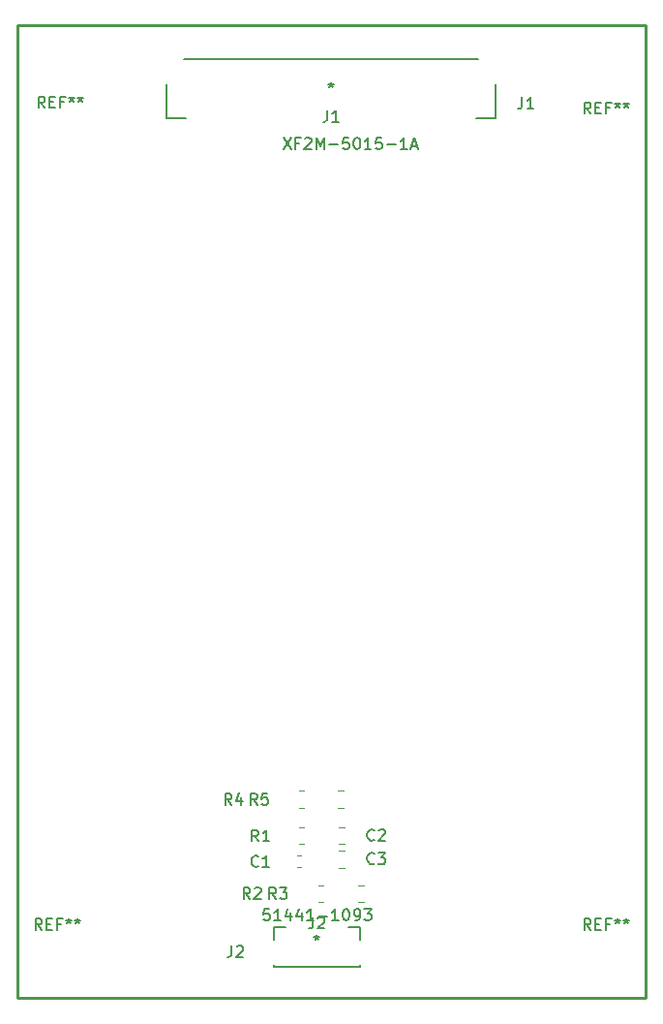
<source format=gbr>
%TF.GenerationSoftware,KiCad,Pcbnew,5.1.7-a382d34a8~87~ubuntu16.04.1*%
%TF.CreationDate,2020-11-12T14:08:06+07:00*%
%TF.ProjectId,sama5d27_som1_ek-sharp_ls0xx_lcd-adapter,73616d61-3564-4323-975f-736f6d315f65,rev?*%
%TF.SameCoordinates,Original*%
%TF.FileFunction,Legend,Top*%
%TF.FilePolarity,Positive*%
%FSLAX46Y46*%
G04 Gerber Fmt 4.6, Leading zero omitted, Abs format (unit mm)*
G04 Created by KiCad (PCBNEW 5.1.7-a382d34a8~87~ubuntu16.04.1) date 2020-11-12 14:08:06*
%MOMM*%
%LPD*%
G01*
G04 APERTURE LIST*
%ADD10C,0.150000*%
%TA.AperFunction,Profile*%
%ADD11C,0.250000*%
%TD*%
%ADD12C,0.152400*%
%ADD13C,0.120000*%
G04 APERTURE END LIST*
D10*
X164466666Y-58352380D02*
X164466666Y-59066666D01*
X164419047Y-59209523D01*
X164323809Y-59304761D01*
X164180952Y-59352380D01*
X164085714Y-59352380D01*
X165466666Y-59352380D02*
X164895238Y-59352380D01*
X165180952Y-59352380D02*
X165180952Y-58352380D01*
X165085714Y-58495238D01*
X164990476Y-58590476D01*
X164895238Y-58638095D01*
X139066666Y-132502380D02*
X139066666Y-133216666D01*
X139019047Y-133359523D01*
X138923809Y-133454761D01*
X138780952Y-133502380D01*
X138685714Y-133502380D01*
X139495238Y-132597619D02*
X139542857Y-132550000D01*
X139638095Y-132502380D01*
X139876190Y-132502380D01*
X139971428Y-132550000D01*
X140019047Y-132597619D01*
X140066666Y-132692857D01*
X140066666Y-132788095D01*
X140019047Y-132930952D01*
X139447619Y-133502380D01*
X140066666Y-133502380D01*
D11*
X120300000Y-52100000D02*
X175300000Y-52100000D01*
X120300000Y-137100000D02*
X120300000Y-52100000D01*
X175300000Y-137100000D02*
X120300000Y-137100000D01*
X175300000Y-52100000D02*
X175300000Y-137100000D01*
D12*
%TO.C,J2*%
X142728101Y-134172040D02*
X142728101Y-134385400D01*
X150271901Y-132007960D02*
X150271901Y-130931000D01*
X143768761Y-130931000D02*
X142728101Y-130931000D01*
X150271901Y-134385400D02*
X150271901Y-134172040D01*
X142728101Y-134385400D02*
X150271901Y-134385400D01*
X142728101Y-130931000D02*
X142728101Y-132007960D01*
X150271901Y-130931000D02*
X149231241Y-130931000D01*
D13*
%TO.C,C2*%
X148388748Y-123635000D02*
X148911252Y-123635000D01*
X148388748Y-122165000D02*
X148911252Y-122165000D01*
%TO.C,R2*%
X147077064Y-127215000D02*
X146622936Y-127215000D01*
X147077064Y-128685000D02*
X146622936Y-128685000D01*
%TO.C,C1*%
X145100580Y-125680000D02*
X144819420Y-125680000D01*
X145100580Y-124660000D02*
X144819420Y-124660000D01*
%TO.C,C3*%
X148388748Y-124215000D02*
X148911252Y-124215000D01*
X148388748Y-125685000D02*
X148911252Y-125685000D01*
%TO.C,R3*%
X150160436Y-127215000D02*
X150614564Y-127215000D01*
X150160436Y-128685000D02*
X150614564Y-128685000D01*
%TO.C,R4*%
X145377064Y-120460000D02*
X144922936Y-120460000D01*
X145377064Y-118990000D02*
X144922936Y-118990000D01*
%TO.C,R5*%
X148372936Y-120460000D02*
X148827064Y-120460000D01*
X148372936Y-118990000D02*
X148827064Y-118990000D01*
%TO.C,R1*%
X145397064Y-123625000D02*
X144942936Y-123625000D01*
X145397064Y-122155000D02*
X144942936Y-122155000D01*
D12*
%TO.C,J1*%
X160459740Y-60177000D02*
X162126399Y-60177000D01*
X133373599Y-57220440D02*
X133373599Y-60177000D01*
X160605608Y-55020800D02*
X134894390Y-55020800D01*
X162126399Y-60177000D02*
X162126399Y-57220440D01*
X133373599Y-60177000D02*
X135040261Y-60177000D01*
%TD*%
%TO.C,J2*%
D10*
X146166667Y-130002380D02*
X146166667Y-130716666D01*
X146119048Y-130859523D01*
X146023810Y-130954761D01*
X145880953Y-131002380D01*
X145785715Y-131002380D01*
X146595239Y-130097619D02*
X146642858Y-130050000D01*
X146738096Y-130002380D01*
X146976191Y-130002380D01*
X147071429Y-130050000D01*
X147119048Y-130097619D01*
X147166667Y-130192857D01*
X147166667Y-130288095D01*
X147119048Y-130430952D01*
X146547620Y-131002380D01*
X147166667Y-131002380D01*
X142359523Y-129302380D02*
X141883333Y-129302380D01*
X141835714Y-129778571D01*
X141883333Y-129730952D01*
X141978571Y-129683333D01*
X142216666Y-129683333D01*
X142311904Y-129730952D01*
X142359523Y-129778571D01*
X142407142Y-129873809D01*
X142407142Y-130111904D01*
X142359523Y-130207142D01*
X142311904Y-130254761D01*
X142216666Y-130302380D01*
X141978571Y-130302380D01*
X141883333Y-130254761D01*
X141835714Y-130207142D01*
X143359523Y-130302380D02*
X142788095Y-130302380D01*
X143073809Y-130302380D02*
X143073809Y-129302380D01*
X142978571Y-129445238D01*
X142883333Y-129540476D01*
X142788095Y-129588095D01*
X144216666Y-129635714D02*
X144216666Y-130302380D01*
X143978571Y-129254761D02*
X143740476Y-129969047D01*
X144359523Y-129969047D01*
X145169047Y-129635714D02*
X145169047Y-130302380D01*
X144930952Y-129254761D02*
X144692857Y-129969047D01*
X145311904Y-129969047D01*
X146216666Y-130302380D02*
X145645238Y-130302380D01*
X145930952Y-130302380D02*
X145930952Y-129302380D01*
X145835714Y-129445238D01*
X145740476Y-129540476D01*
X145645238Y-129588095D01*
X146645238Y-129921428D02*
X147407142Y-129921428D01*
X148407142Y-130302380D02*
X147835714Y-130302380D01*
X148121428Y-130302380D02*
X148121428Y-129302380D01*
X148026190Y-129445238D01*
X147930952Y-129540476D01*
X147835714Y-129588095D01*
X149026190Y-129302380D02*
X149121428Y-129302380D01*
X149216666Y-129350000D01*
X149264285Y-129397619D01*
X149311904Y-129492857D01*
X149359523Y-129683333D01*
X149359523Y-129921428D01*
X149311904Y-130111904D01*
X149264285Y-130207142D01*
X149216666Y-130254761D01*
X149121428Y-130302380D01*
X149026190Y-130302380D01*
X148930952Y-130254761D01*
X148883333Y-130207142D01*
X148835714Y-130111904D01*
X148788095Y-129921428D01*
X148788095Y-129683333D01*
X148835714Y-129492857D01*
X148883333Y-129397619D01*
X148930952Y-129350000D01*
X149026190Y-129302380D01*
X149835714Y-130302380D02*
X150026190Y-130302380D01*
X150121428Y-130254761D01*
X150169047Y-130207142D01*
X150264285Y-130064285D01*
X150311904Y-129873809D01*
X150311904Y-129492857D01*
X150264285Y-129397619D01*
X150216666Y-129350000D01*
X150121428Y-129302380D01*
X149930952Y-129302380D01*
X149835714Y-129350000D01*
X149788095Y-129397619D01*
X149740476Y-129492857D01*
X149740476Y-129730952D01*
X149788095Y-129826190D01*
X149835714Y-129873809D01*
X149930952Y-129921428D01*
X150121428Y-129921428D01*
X150216666Y-129873809D01*
X150264285Y-129826190D01*
X150311904Y-129730952D01*
X150645238Y-129302380D02*
X151264285Y-129302380D01*
X150930952Y-129683333D01*
X151073809Y-129683333D01*
X151169047Y-129730952D01*
X151216666Y-129778571D01*
X151264285Y-129873809D01*
X151264285Y-130111904D01*
X151216666Y-130207142D01*
X151169047Y-130254761D01*
X151073809Y-130302380D01*
X150788095Y-130302380D01*
X150692857Y-130254761D01*
X150645238Y-130207142D01*
X146500001Y-131602580D02*
X146500001Y-131840676D01*
X146261905Y-131745438D02*
X146500001Y-131840676D01*
X146738096Y-131745438D01*
X146357143Y-132031152D02*
X146500001Y-131840676D01*
X146642858Y-132031152D01*
%TO.C,REF\u002A\u002A*%
X122716666Y-59302380D02*
X122383333Y-58826190D01*
X122145238Y-59302380D02*
X122145238Y-58302380D01*
X122526190Y-58302380D01*
X122621428Y-58350000D01*
X122669047Y-58397619D01*
X122716666Y-58492857D01*
X122716666Y-58635714D01*
X122669047Y-58730952D01*
X122621428Y-58778571D01*
X122526190Y-58826190D01*
X122145238Y-58826190D01*
X123145238Y-58778571D02*
X123478571Y-58778571D01*
X123621428Y-59302380D02*
X123145238Y-59302380D01*
X123145238Y-58302380D01*
X123621428Y-58302380D01*
X124383333Y-58778571D02*
X124050000Y-58778571D01*
X124050000Y-59302380D02*
X124050000Y-58302380D01*
X124526190Y-58302380D01*
X125050000Y-58302380D02*
X125050000Y-58540476D01*
X124811904Y-58445238D02*
X125050000Y-58540476D01*
X125288095Y-58445238D01*
X124907142Y-58730952D02*
X125050000Y-58540476D01*
X125192857Y-58730952D01*
X125811904Y-58302380D02*
X125811904Y-58540476D01*
X125573809Y-58445238D02*
X125811904Y-58540476D01*
X126050000Y-58445238D01*
X125669047Y-58730952D02*
X125811904Y-58540476D01*
X125954761Y-58730952D01*
X170466666Y-131152380D02*
X170133333Y-130676190D01*
X169895238Y-131152380D02*
X169895238Y-130152380D01*
X170276190Y-130152380D01*
X170371428Y-130200000D01*
X170419047Y-130247619D01*
X170466666Y-130342857D01*
X170466666Y-130485714D01*
X170419047Y-130580952D01*
X170371428Y-130628571D01*
X170276190Y-130676190D01*
X169895238Y-130676190D01*
X170895238Y-130628571D02*
X171228571Y-130628571D01*
X171371428Y-131152380D02*
X170895238Y-131152380D01*
X170895238Y-130152380D01*
X171371428Y-130152380D01*
X172133333Y-130628571D02*
X171800000Y-130628571D01*
X171800000Y-131152380D02*
X171800000Y-130152380D01*
X172276190Y-130152380D01*
X172800000Y-130152380D02*
X172800000Y-130390476D01*
X172561904Y-130295238D02*
X172800000Y-130390476D01*
X173038095Y-130295238D01*
X172657142Y-130580952D02*
X172800000Y-130390476D01*
X172942857Y-130580952D01*
X173561904Y-130152380D02*
X173561904Y-130390476D01*
X173323809Y-130295238D02*
X173561904Y-130390476D01*
X173800000Y-130295238D01*
X173419047Y-130580952D02*
X173561904Y-130390476D01*
X173704761Y-130580952D01*
X122466666Y-131152380D02*
X122133333Y-130676190D01*
X121895238Y-131152380D02*
X121895238Y-130152380D01*
X122276190Y-130152380D01*
X122371428Y-130200000D01*
X122419047Y-130247619D01*
X122466666Y-130342857D01*
X122466666Y-130485714D01*
X122419047Y-130580952D01*
X122371428Y-130628571D01*
X122276190Y-130676190D01*
X121895238Y-130676190D01*
X122895238Y-130628571D02*
X123228571Y-130628571D01*
X123371428Y-131152380D02*
X122895238Y-131152380D01*
X122895238Y-130152380D01*
X123371428Y-130152380D01*
X124133333Y-130628571D02*
X123800000Y-130628571D01*
X123800000Y-131152380D02*
X123800000Y-130152380D01*
X124276190Y-130152380D01*
X124800000Y-130152380D02*
X124800000Y-130390476D01*
X124561904Y-130295238D02*
X124800000Y-130390476D01*
X125038095Y-130295238D01*
X124657142Y-130580952D02*
X124800000Y-130390476D01*
X124942857Y-130580952D01*
X125561904Y-130152380D02*
X125561904Y-130390476D01*
X125323809Y-130295238D02*
X125561904Y-130390476D01*
X125800000Y-130295238D01*
X125419047Y-130580952D02*
X125561904Y-130390476D01*
X125704761Y-130580952D01*
X170466666Y-59802380D02*
X170133333Y-59326190D01*
X169895238Y-59802380D02*
X169895238Y-58802380D01*
X170276190Y-58802380D01*
X170371428Y-58850000D01*
X170419047Y-58897619D01*
X170466666Y-58992857D01*
X170466666Y-59135714D01*
X170419047Y-59230952D01*
X170371428Y-59278571D01*
X170276190Y-59326190D01*
X169895238Y-59326190D01*
X170895238Y-59278571D02*
X171228571Y-59278571D01*
X171371428Y-59802380D02*
X170895238Y-59802380D01*
X170895238Y-58802380D01*
X171371428Y-58802380D01*
X172133333Y-59278571D02*
X171800000Y-59278571D01*
X171800000Y-59802380D02*
X171800000Y-58802380D01*
X172276190Y-58802380D01*
X172800000Y-58802380D02*
X172800000Y-59040476D01*
X172561904Y-58945238D02*
X172800000Y-59040476D01*
X173038095Y-58945238D01*
X172657142Y-59230952D02*
X172800000Y-59040476D01*
X172942857Y-59230952D01*
X173561904Y-58802380D02*
X173561904Y-59040476D01*
X173323809Y-58945238D02*
X173561904Y-59040476D01*
X173800000Y-58945238D01*
X173419047Y-59230952D02*
X173561904Y-59040476D01*
X173704761Y-59230952D01*
%TO.C,C2*%
X151533333Y-123257142D02*
X151485714Y-123304761D01*
X151342857Y-123352380D01*
X151247619Y-123352380D01*
X151104761Y-123304761D01*
X151009523Y-123209523D01*
X150961904Y-123114285D01*
X150914285Y-122923809D01*
X150914285Y-122780952D01*
X150961904Y-122590476D01*
X151009523Y-122495238D01*
X151104761Y-122400000D01*
X151247619Y-122352380D01*
X151342857Y-122352380D01*
X151485714Y-122400000D01*
X151533333Y-122447619D01*
X151914285Y-122447619D02*
X151961904Y-122400000D01*
X152057142Y-122352380D01*
X152295238Y-122352380D01*
X152390476Y-122400000D01*
X152438095Y-122447619D01*
X152485714Y-122542857D01*
X152485714Y-122638095D01*
X152438095Y-122780952D01*
X151866666Y-123352380D01*
X152485714Y-123352380D01*
%TO.C,R2*%
X140673333Y-128432380D02*
X140340000Y-127956190D01*
X140101904Y-128432380D02*
X140101904Y-127432380D01*
X140482857Y-127432380D01*
X140578095Y-127480000D01*
X140625714Y-127527619D01*
X140673333Y-127622857D01*
X140673333Y-127765714D01*
X140625714Y-127860952D01*
X140578095Y-127908571D01*
X140482857Y-127956190D01*
X140101904Y-127956190D01*
X141054285Y-127527619D02*
X141101904Y-127480000D01*
X141197142Y-127432380D01*
X141435238Y-127432380D01*
X141530476Y-127480000D01*
X141578095Y-127527619D01*
X141625714Y-127622857D01*
X141625714Y-127718095D01*
X141578095Y-127860952D01*
X141006666Y-128432380D01*
X141625714Y-128432380D01*
%TO.C,C1*%
X141393333Y-125527142D02*
X141345714Y-125574761D01*
X141202857Y-125622380D01*
X141107619Y-125622380D01*
X140964761Y-125574761D01*
X140869523Y-125479523D01*
X140821904Y-125384285D01*
X140774285Y-125193809D01*
X140774285Y-125050952D01*
X140821904Y-124860476D01*
X140869523Y-124765238D01*
X140964761Y-124670000D01*
X141107619Y-124622380D01*
X141202857Y-124622380D01*
X141345714Y-124670000D01*
X141393333Y-124717619D01*
X142345714Y-125622380D02*
X141774285Y-125622380D01*
X142060000Y-125622380D02*
X142060000Y-124622380D01*
X141964761Y-124765238D01*
X141869523Y-124860476D01*
X141774285Y-124908095D01*
%TO.C,C3*%
X151533333Y-125307142D02*
X151485714Y-125354761D01*
X151342857Y-125402380D01*
X151247619Y-125402380D01*
X151104761Y-125354761D01*
X151009523Y-125259523D01*
X150961904Y-125164285D01*
X150914285Y-124973809D01*
X150914285Y-124830952D01*
X150961904Y-124640476D01*
X151009523Y-124545238D01*
X151104761Y-124450000D01*
X151247619Y-124402380D01*
X151342857Y-124402380D01*
X151485714Y-124450000D01*
X151533333Y-124497619D01*
X151866666Y-124402380D02*
X152485714Y-124402380D01*
X152152380Y-124783333D01*
X152295238Y-124783333D01*
X152390476Y-124830952D01*
X152438095Y-124878571D01*
X152485714Y-124973809D01*
X152485714Y-125211904D01*
X152438095Y-125307142D01*
X152390476Y-125354761D01*
X152295238Y-125402380D01*
X152009523Y-125402380D01*
X151914285Y-125354761D01*
X151866666Y-125307142D01*
%TO.C,R3*%
X142943333Y-128432380D02*
X142610000Y-127956190D01*
X142371904Y-128432380D02*
X142371904Y-127432380D01*
X142752857Y-127432380D01*
X142848095Y-127480000D01*
X142895714Y-127527619D01*
X142943333Y-127622857D01*
X142943333Y-127765714D01*
X142895714Y-127860952D01*
X142848095Y-127908571D01*
X142752857Y-127956190D01*
X142371904Y-127956190D01*
X143276666Y-127432380D02*
X143895714Y-127432380D01*
X143562380Y-127813333D01*
X143705238Y-127813333D01*
X143800476Y-127860952D01*
X143848095Y-127908571D01*
X143895714Y-128003809D01*
X143895714Y-128241904D01*
X143848095Y-128337142D01*
X143800476Y-128384761D01*
X143705238Y-128432380D01*
X143419523Y-128432380D01*
X143324285Y-128384761D01*
X143276666Y-128337142D01*
%TO.C,R4*%
X139053333Y-120202380D02*
X138720000Y-119726190D01*
X138481904Y-120202380D02*
X138481904Y-119202380D01*
X138862857Y-119202380D01*
X138958095Y-119250000D01*
X139005714Y-119297619D01*
X139053333Y-119392857D01*
X139053333Y-119535714D01*
X139005714Y-119630952D01*
X138958095Y-119678571D01*
X138862857Y-119726190D01*
X138481904Y-119726190D01*
X139910476Y-119535714D02*
X139910476Y-120202380D01*
X139672380Y-119154761D02*
X139434285Y-119869047D01*
X140053333Y-119869047D01*
%TO.C,R5*%
X141283333Y-120202380D02*
X140950000Y-119726190D01*
X140711904Y-120202380D02*
X140711904Y-119202380D01*
X141092857Y-119202380D01*
X141188095Y-119250000D01*
X141235714Y-119297619D01*
X141283333Y-119392857D01*
X141283333Y-119535714D01*
X141235714Y-119630952D01*
X141188095Y-119678571D01*
X141092857Y-119726190D01*
X140711904Y-119726190D01*
X142188095Y-119202380D02*
X141711904Y-119202380D01*
X141664285Y-119678571D01*
X141711904Y-119630952D01*
X141807142Y-119583333D01*
X142045238Y-119583333D01*
X142140476Y-119630952D01*
X142188095Y-119678571D01*
X142235714Y-119773809D01*
X142235714Y-120011904D01*
X142188095Y-120107142D01*
X142140476Y-120154761D01*
X142045238Y-120202380D01*
X141807142Y-120202380D01*
X141711904Y-120154761D01*
X141664285Y-120107142D01*
%TO.C,R1*%
X141403333Y-123392380D02*
X141070000Y-122916190D01*
X140831904Y-123392380D02*
X140831904Y-122392380D01*
X141212857Y-122392380D01*
X141308095Y-122440000D01*
X141355714Y-122487619D01*
X141403333Y-122582857D01*
X141403333Y-122725714D01*
X141355714Y-122820952D01*
X141308095Y-122868571D01*
X141212857Y-122916190D01*
X140831904Y-122916190D01*
X142355714Y-123392380D02*
X141784285Y-123392380D01*
X142070000Y-123392380D02*
X142070000Y-122392380D01*
X141974761Y-122535238D01*
X141879523Y-122630476D01*
X141784285Y-122678095D01*
%TO.C,J1*%
X147416665Y-59502380D02*
X147416665Y-60216666D01*
X147369046Y-60359523D01*
X147273808Y-60454761D01*
X147130951Y-60502380D01*
X147035713Y-60502380D01*
X148416665Y-60502380D02*
X147845237Y-60502380D01*
X148130951Y-60502380D02*
X148130951Y-59502380D01*
X148035713Y-59645238D01*
X147940475Y-59740476D01*
X147845237Y-59788095D01*
X143592857Y-61902380D02*
X144259523Y-62902380D01*
X144259523Y-61902380D02*
X143592857Y-62902380D01*
X144973809Y-62378571D02*
X144640476Y-62378571D01*
X144640476Y-62902380D02*
X144640476Y-61902380D01*
X145116666Y-61902380D01*
X145450000Y-61997619D02*
X145497619Y-61950000D01*
X145592857Y-61902380D01*
X145830952Y-61902380D01*
X145926190Y-61950000D01*
X145973809Y-61997619D01*
X146021428Y-62092857D01*
X146021428Y-62188095D01*
X145973809Y-62330952D01*
X145402380Y-62902380D01*
X146021428Y-62902380D01*
X146450000Y-62902380D02*
X146450000Y-61902380D01*
X146783333Y-62616666D01*
X147116666Y-61902380D01*
X147116666Y-62902380D01*
X147592857Y-62521428D02*
X148354761Y-62521428D01*
X149307142Y-61902380D02*
X148830952Y-61902380D01*
X148783333Y-62378571D01*
X148830952Y-62330952D01*
X148926190Y-62283333D01*
X149164285Y-62283333D01*
X149259523Y-62330952D01*
X149307142Y-62378571D01*
X149354761Y-62473809D01*
X149354761Y-62711904D01*
X149307142Y-62807142D01*
X149259523Y-62854761D01*
X149164285Y-62902380D01*
X148926190Y-62902380D01*
X148830952Y-62854761D01*
X148783333Y-62807142D01*
X149973809Y-61902380D02*
X150069047Y-61902380D01*
X150164285Y-61950000D01*
X150211904Y-61997619D01*
X150259523Y-62092857D01*
X150307142Y-62283333D01*
X150307142Y-62521428D01*
X150259523Y-62711904D01*
X150211904Y-62807142D01*
X150164285Y-62854761D01*
X150069047Y-62902380D01*
X149973809Y-62902380D01*
X149878571Y-62854761D01*
X149830952Y-62807142D01*
X149783333Y-62711904D01*
X149735714Y-62521428D01*
X149735714Y-62283333D01*
X149783333Y-62092857D01*
X149830952Y-61997619D01*
X149878571Y-61950000D01*
X149973809Y-61902380D01*
X151259523Y-62902380D02*
X150688095Y-62902380D01*
X150973809Y-62902380D02*
X150973809Y-61902380D01*
X150878571Y-62045238D01*
X150783333Y-62140476D01*
X150688095Y-62188095D01*
X152164285Y-61902380D02*
X151688095Y-61902380D01*
X151640476Y-62378571D01*
X151688095Y-62330952D01*
X151783333Y-62283333D01*
X152021428Y-62283333D01*
X152116666Y-62330952D01*
X152164285Y-62378571D01*
X152211904Y-62473809D01*
X152211904Y-62711904D01*
X152164285Y-62807142D01*
X152116666Y-62854761D01*
X152021428Y-62902380D01*
X151783333Y-62902380D01*
X151688095Y-62854761D01*
X151640476Y-62807142D01*
X152640476Y-62521428D02*
X153402380Y-62521428D01*
X154402380Y-62902380D02*
X153830952Y-62902380D01*
X154116666Y-62902380D02*
X154116666Y-61902380D01*
X154021428Y-62045238D01*
X153926190Y-62140476D01*
X153830952Y-62188095D01*
X154783333Y-62616666D02*
X155259523Y-62616666D01*
X154688095Y-62902380D02*
X155021428Y-61902380D01*
X155354761Y-62902380D01*
X147749999Y-57051280D02*
X147749999Y-57289376D01*
X147511903Y-57194138D02*
X147749999Y-57289376D01*
X147988094Y-57194138D01*
X147607141Y-57479852D02*
X147749999Y-57289376D01*
X147892856Y-57479852D01*
%TD*%
M02*

</source>
